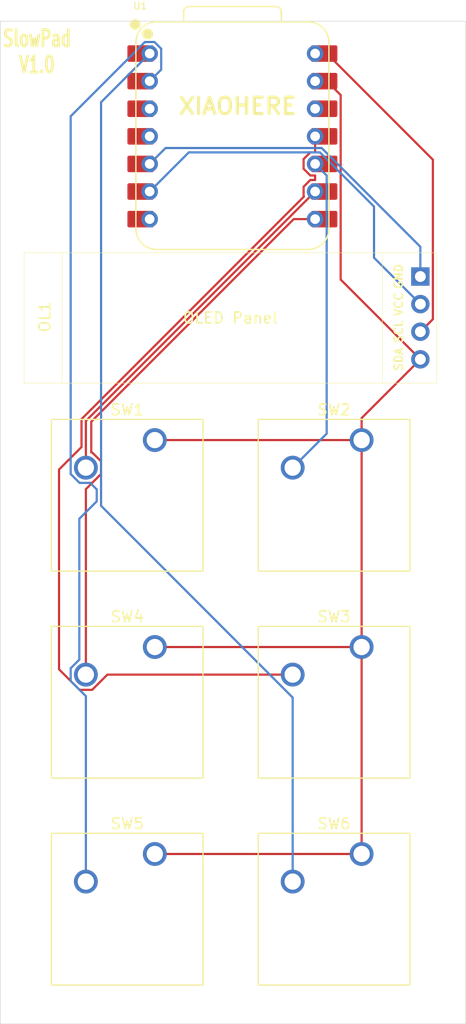
<source format=kicad_pcb>
(kicad_pcb (version 20241229) (generator "pcbnew") (generator_version "9.0")
  (layers (0 "F.Cu" signal) (2 "B.Cu" signal) (13 "F.Paste" user) (15 "B.Paste" user) (5 "F.SilkS" user "F.Silkscreen") (7 "B.SilkS" user "B.Silkscreen") (1 "F.Mask" user) (3 "B.Mask" user) (25 "Edge.Cuts" user))
  (net 0 "")
  (net 1 "GND")
  (net 2 "Net-(U1-GPIO2{slash}SCK)")
  (net 3 "Net-(U1-GPIO4{slash}MISO)")
  (net 4 "Net-(U1-GPIO3{slash}MOSI)")
  (net 5 "Net-(U1-GPIO1{slash}RX)")
  (net 6 "Net-(OL1-SDA)")
  (net 7 "Net-(OL1-SCL)")
  (net 8 "+5V")
  (net 13 "Net-(U1-GPIO27{slash}ADC1{slash}A1)")
  (net 14 "Net-(U1-GPIO26{slash}ADC0{slash}A0)")
  (footprint "Button_Switch_Keyboard:SW_Cherry_MX_1.00u_PCB" (layer "F.Cu") (at 140.6525 104.4575)
    (property "Reference" "SW1" (at -2.54 -2.794 0) (layer "F.SilkS"))
    (property "Value" "SW_Push")
    (fp_line (start -9.525 -1.905) (end 4.445 -1.905) (stroke (width 0.12)) (layer "F.SilkS"))
    (fp_line (start -9.525 12.065) (end -9.525 -1.905) (stroke (width 0.12)) (layer "F.SilkS"))
    (fp_line (start 4.445 -1.905) (end 4.445 12.065) (stroke (width 0.12)) (layer "F.SilkS"))
    (fp_line (start 4.445 12.065) (end -9.525 12.065) (stroke (width 0.12)) (layer "F.SilkS"))
    (pad "" np_thru_hole circle (at -7.62 5.08) (size 1.7 1.7) (drill 1.7) (layers "*.Cu" "*.Mask"))
    (pad "" np_thru_hole circle (at -2.54 5.08) (size 4 4) (drill 4) (layers "*.Cu" "*.Mask"))
    (pad "" np_thru_hole circle (at 2.54 5.08) (size 1.7 1.7) (drill 1.7) (layers "*.Cu" "*.Mask"))
    (pad "1" thru_hole circle (at 0 0) (size 2.2 2.2) (drill 1.5) (layers "*.Cu" "*.Mask") (net 1 "GND"))
    (pad "2" thru_hole circle (at -6.35 2.54) (size 2.2 2.2) (drill 1.5) (layers "*.Cu" "*.Mask") (net 2 "Net-(U1-GPIO2{slash}SCK)"))
  )
  (footprint "Button_Switch_Keyboard:SW_Cherry_MX_1.00u_PCB" (layer "F.Cu") (at 140.6525 142.5575)
    (property "Reference" "SW5" (at -2.54 -2.794 0) (layer "F.SilkS"))
    (property "Value" "SW_Push")
    (fp_line (start -9.525 -1.905) (end 4.445 -1.905) (stroke (width 0.12)) (layer "F.SilkS"))
    (fp_line (start -9.525 12.065) (end -9.525 -1.905) (stroke (width 0.12)) (layer "F.SilkS"))
    (fp_line (start 4.445 -1.905) (end 4.445 12.065) (stroke (width 0.12)) (layer "F.SilkS"))
    (fp_line (start 4.445 12.065) (end -9.525 12.065) (stroke (width 0.12)) (layer "F.SilkS"))
    (pad "" np_thru_hole circle (at -7.62 5.08) (size 1.7 1.7) (drill 1.7) (layers "*.Cu" "*.Mask"))
    (pad "" np_thru_hole circle (at -2.54 5.08) (size 4 4) (drill 4) (layers "*.Cu" "*.Mask"))
    (pad "" np_thru_hole circle (at 2.54 5.08) (size 1.7 1.7) (drill 1.7) (layers "*.Cu" "*.Mask"))
    (pad "1" thru_hole circle (at 0 0) (size 2.2 2.2) (drill 1.5) (layers "*.Cu" "*.Mask") (net 1 "GND"))
    (pad "2" thru_hole circle (at -6.35 2.54) (size 2.2 2.2) (drill 1.5) (layers "*.Cu" "*.Mask") (net 13 "Net-(U1-GPIO27{slash}ADC1{slash}A1)"))
  )
  (footprint "OLEDDsp:SSD1306-0.91-OLED-4pin-128x32" (layer "F.Cu") (at 128.615 87.215)
    (property "Reference" "OL1" (at 1.9 5.91 90) (layer "F.SilkS"))
    (property "Value" "OLED")
    (fp_line (start 0 0) (end 0 12) (stroke (width 0.04)) (layer "F.SilkS"))
    (fp_line (start 0 12) (end 38 12) (stroke (width 0.04)) (layer "F.SilkS"))
    (fp_line (start 3.5 0) (end 3.5 12) (stroke (width 0.04)) (layer "F.SilkS"))
    (fp_line (start 33 0) (end 33 12) (stroke (width 0.04)) (layer "F.SilkS"))
    (fp_line (start 38 0) (end 0 0) (stroke (width 0.04)) (layer "F.SilkS"))
    (fp_line (start 38 12) (end 38 0) (stroke (width 0.04)) (layer "F.SilkS"))
    (fp_text user "SCL" (at 34.5 7.27 270) (layer "F.SilkS") (effects (font (size 0.75 0.75))))
    (fp_text user "GND" (at 34.5 2.19 270) (layer "F.SilkS") (effects (font (size 0.75 0.75))))
    (fp_text user "OLED Panel" (at 19 6 0) (layer "F.SilkS"))
    (fp_text user "SDA" (at 34.5 9.81 270) (layer "F.SilkS") (effects (font (size 0.75 0.75))))
    (fp_text user "VCC" (at 34.5 4.73 270) (layer "F.SilkS") (effects (font (size 0.75 0.75))))
    (pad "1" thru_hole rect (at 36.5 2.19) (size 1.7 1.7) (drill 1) (layers "*.Cu" "*.Mask") (net 6 "Net-(OL1-SDA)"))
    (pad "2" thru_hole oval (at 36.5 4.73) (size 1.7 1.7) (drill 1) (layers "*.Cu" "*.Mask") (net 7 "Net-(OL1-SCL)"))
    (pad "3" thru_hole oval (at 36.5 7.27) (size 1.7 1.7) (drill 1) (layers "*.Cu" "*.Mask") (net 8 "+5V"))
    (pad "4" thru_hole oval (at 36.5 9.81) (size 1.7 1.7) (drill 1) (layers "*.Cu" "*.Mask") (net 1 "GND"))
  )
  (footprint "Button_Switch_Keyboard:SW_Cherry_MX_1.00u_PCB" (layer "F.Cu") (at 159.7025 104.4575)
    (property "Reference" "SW2" (at -2.54 -2.794 0) (layer "F.SilkS"))
    (property "Value" "SW_Push")
    (fp_line (start -9.525 -1.905) (end 4.445 -1.905) (stroke (width 0.12)) (layer "F.SilkS"))
    (fp_line (start -9.525 12.065) (end -9.525 -1.905) (stroke (width 0.12)) (layer "F.SilkS"))
    (fp_line (start 4.445 -1.905) (end 4.445 12.065) (stroke (width 0.12)) (layer "F.SilkS"))
    (fp_line (start 4.445 12.065) (end -9.525 12.065) (stroke (width 0.12)) (layer "F.SilkS"))
    (pad "" np_thru_hole circle (at -7.62 5.08) (size 1.7 1.7) (drill 1.7) (layers "*.Cu" "*.Mask"))
    (pad "" np_thru_hole circle (at -2.54 5.08) (size 4 4) (drill 4) (layers "*.Cu" "*.Mask"))
    (pad "" np_thru_hole circle (at 2.54 5.08) (size 1.7 1.7) (drill 1.7) (layers "*.Cu" "*.Mask"))
    (pad "1" thru_hole circle (at 0 0) (size 2.2 2.2) (drill 1.5) (layers "*.Cu" "*.Mask") (net 1 "GND"))
    (pad "2" thru_hole circle (at -6.35 2.54) (size 2.2 2.2) (drill 1.5) (layers "*.Cu" "*.Mask") (net 3 "Net-(U1-GPIO4{slash}MISO)"))
  )
  (footprint "Button_Switch_Keyboard:SW_Cherry_MX_1.00u_PCB" (layer "F.Cu") (at 159.7025 142.5575)
    (property "Reference" "SW6" (at -2.54 -2.794 0) (layer "F.SilkS"))
    (property "Value" "SW_Push")
    (fp_line (start -9.525 -1.905) (end 4.445 -1.905) (stroke (width 0.12)) (layer "F.SilkS"))
    (fp_line (start -9.525 12.065) (end -9.525 -1.905) (stroke (width 0.12)) (layer "F.SilkS"))
    (fp_line (start 4.445 -1.905) (end 4.445 12.065) (stroke (width 0.12)) (layer "F.SilkS"))
    (fp_line (start 4.445 12.065) (end -9.525 12.065) (stroke (width 0.12)) (layer "F.SilkS"))
    (pad "" np_thru_hole circle (at -7.62 5.08) (size 1.7 1.7) (drill 1.7) (layers "*.Cu" "*.Mask"))
    (pad "" np_thru_hole circle (at -2.54 5.08) (size 4 4) (drill 4) (layers "*.Cu" "*.Mask"))
    (pad "" np_thru_hole circle (at 2.54 5.08) (size 1.7 1.7) (drill 1.7) (layers "*.Cu" "*.Mask"))
    (pad "1" thru_hole circle (at 0 0) (size 2.2 2.2) (drill 1.5) (layers "*.Cu" "*.Mask") (net 1 "GND"))
    (pad "2" thru_hole circle (at -6.35 2.54) (size 2.2 2.2) (drill 1.5) (layers "*.Cu" "*.Mask") (net 14 "Net-(U1-GPIO26{slash}ADC0{slash}A0)"))
  )
  (footprint "OPL:XIAO-RP2040-DIP" (layer "F.Cu") (at 147.8 76.5)
    (property "Reference" "U1" (at -8.5 -12 0) (layer "F.SilkS") (effects (font (size 0.635 0.635) (thickness 0.1016))))
    (property "Value" "XIAO-RP2040-DIP")
    (fp_line (start -8.89 8.509) (end -8.89 -8.636) (stroke (width 0.127)) (layer "F.SilkS"))
    (fp_line (start -6.985 10.414) (end 6.985 10.414) (stroke (width 0.127)) (layer "F.SilkS"))
    (fp_line (start -4.495 -10.541) (end -4.491272 -11.451272) (stroke (width 0.127)) (layer "F.SilkS"))
    (fp_line (start -3.991272 -11.951) (end 4.004 -11.951) (stroke (width 0.127)) (layer "F.SilkS"))
    (fp_line (start 4.504 -11.451) (end 4.504 -10.541) (stroke (width 0.127)) (layer "F.SilkS"))
    (fp_line (start 6.985 -10.541) (end -6.985 -10.541) (stroke (width 0.1)) (layer "F.SilkS"))
    (fp_line (start 6.985 -10.541) (end -6.985 -10.541) (stroke (width 0.127)) (layer "F.SilkS"))
    (fp_line (start 8.89 8.509) (end 8.89 -8.636) (stroke (width 0.127)) (layer "F.SilkS"))
    (fp_arc (start -8.89 -8.636) (mid -8.332038 -9.983038) (end -6.985 -10.541) (stroke (width 0.127)) (layer "F.SilkS"))
    (fp_arc (start -6.985 10.414) (mid -8.332038 9.856038) (end -8.89 8.509) (stroke (width 0.127)) (layer "F.SilkS"))
    (fp_arc (start -4.491272 -11.451272) (mid -4.344728 -11.80464) (end -3.991272 -11.951) (stroke (width 0.127)) (layer "F.SilkS"))
    (fp_arc (start 4.004 -11.951) (mid 4.357553 -11.804553) (end 4.504 -11.451) (stroke (width 0.127)) (layer "F.SilkS"))
    (fp_arc (start 6.985 -10.541) (mid 8.332038 -9.983038) (end 8.89 -8.636) (stroke (width 0.127)) (layer "F.SilkS"))
    (fp_arc (start 8.89 8.509) (mid 8.332038 9.856038) (end 6.985 10.414) (stroke (width 0.127)) (layer "F.SilkS"))
    (fp_circle (center -8.95 -10.3) (end -8.95 -10.554) (stroke (width 0.5)) (fill yes) (layer "F.SilkS"))
    (fp_circle (center -7.807 -9.42) (end -7.807 -9.674) (stroke (width 0.5)) (fill yes) (layer "F.SilkS"))
    (pad "1" smd roundrect (at -8.455 -7.62 180) (size 2.432 1.524) (layers "F.Cu" "F.Mask") (roundrect_rratio 0.1) (net 14 "Net-(U1-GPIO26{slash}ADC0{slash}A0)"))
    (pad "1" thru_hole circle (at -7.62 -7.62 180) (size 1.524 1.524) (drill 0.889) (layers "*.Cu" "*.Mask") (net 14 "Net-(U1-GPIO26{slash}ADC0{slash}A0)"))
    (pad "2" smd roundrect (at -8.455 -5.08 180) (size 2.432 1.524) (layers "F.Cu" "F.Mask") (roundrect_rratio 0.1) (net 13 "Net-(U1-GPIO27{slash}ADC1{slash}A1)"))
    (pad "2" thru_hole circle (at -7.62 -5.08 180) (size 1.524 1.524) (drill 0.889) (layers "*.Cu" "*.Mask") (net 13 "Net-(U1-GPIO27{slash}ADC1{slash}A1)"))
    (pad "3" smd roundrect (at -8.455 -2.54 180) (size 2.432 1.524) (layers "F.Cu" "F.Mask") (roundrect_rratio 0.1))
    (pad "3" thru_hole circle (at -7.62 -2.54 180) (size 1.524 1.524) (drill 0.889) (layers "*.Cu" "*.Mask"))
    (pad "4" smd roundrect (at -8.455 0 180) (size 2.432 1.524) (layers "F.Cu" "F.Mask") (roundrect_rratio 0.1))
    (pad "4" thru_hole circle (at -7.62 0 180) (size 1.524 1.524) (drill 0.889) (layers "*.Cu" "*.Mask"))
    (pad "5" smd roundrect (at -8.455 2.54 180) (size 2.432 1.524) (layers "F.Cu" "F.Mask") (roundrect_rratio 0.1) (net 6 "Net-(OL1-SDA)"))
    (pad "5" thru_hole circle (at -7.62 2.54 180) (size 1.524 1.524) (drill 0.889) (layers "*.Cu" "*.Mask") (net 6 "Net-(OL1-SDA)"))
    (pad "6" smd roundrect (at -8.455 5.08 180) (size 2.432 1.524) (layers "F.Cu" "F.Mask") (roundrect_rratio 0.1) (net 7 "Net-(OL1-SCL)"))
    (pad "6" thru_hole circle (at -7.62 5.08 180) (size 1.524 1.524) (drill 0.889) (layers "*.Cu" "*.Mask") (net 7 "Net-(OL1-SCL)"))
    (pad "7" smd roundrect (at -8.455 7.62 180) (size 2.432 1.524) (layers "F.Cu" "F.Mask") (roundrect_rratio 0.1))
    (pad "7" thru_hole circle (at -7.62 7.62 180) (size 1.524 1.524) (drill 0.889) (layers "*.Cu" "*.Mask"))
    (pad "8" thru_hole circle (at 7.62 7.62) (size 1.524 1.524) (drill 0.889) (layers "*.Cu" "*.Mask") (net 5 "Net-(U1-GPIO1{slash}RX)"))
    (pad "8" smd roundrect (at 8.455 7.62) (size 2.432 1.524) (layers "F.Cu" "F.Mask") (roundrect_rratio 0.1) (net 5 "Net-(U1-GPIO1{slash}RX)"))
    (pad "9" thru_hole circle (at 7.62 5.08) (size 1.524 1.524) (drill 0.889) (layers "*.Cu" "*.Mask") (net 2 "Net-(U1-GPIO2{slash}SCK)"))
    (pad "9" smd roundrect (at 8.455 5.08) (size 2.432 1.524) (layers "F.Cu" "F.Mask") (roundrect_rratio 0.1) (net 2 "Net-(U1-GPIO2{slash}SCK)"))
    (pad "10" thru_hole circle (at 7.62 2.54) (size 1.524 1.524) (drill 0.889) (layers "*.Cu" "*.Mask") (net 3 "Net-(U1-GPIO4{slash}MISO)"))
    (pad "10" smd roundrect (at 8.455 2.54) (size 2.432 1.524) (layers "F.Cu" "F.Mask") (roundrect_rratio 0.1) (net 3 "Net-(U1-GPIO4{slash}MISO)"))
    (pad "11" thru_hole circle (at 7.62 0) (size 1.524 1.524) (drill 0.889) (layers "*.Cu" "*.Mask") (net 4 "Net-(U1-GPIO3{slash}MOSI)"))
    (pad "11" smd roundrect (at 8.455 0) (size 2.432 1.524) (layers "F.Cu" "F.Mask") (roundrect_rratio 0.1) (net 4 "Net-(U1-GPIO3{slash}MOSI)"))
    (pad "12" thru_hole circle (at 7.62 -2.54) (size 1.524 1.524) (drill 0.889) (layers "*.Cu" "*.Mask"))
    (pad "12" smd roundrect (at 8.455 -2.54) (size 2.432 1.524) (layers "F.Cu" "F.Mask") (roundrect_rratio 0.1))
    (pad "13" thru_hole circle (at 7.62 -5.08) (size 1.524 1.524) (drill 0.889) (layers "*.Cu" "*.Mask") (net 1 "GND"))
    (pad "13" smd roundrect (at 8.455 -5.08) (size 2.432 1.524) (layers "F.Cu" "F.Mask") (roundrect_rratio 0.1) (net 1 "GND"))
    (pad "14" thru_hole circle (at 7.62 -7.62) (size 1.524 1.524) (drill 0.889) (layers "*.Cu" "*.Mask") (net 8 "+5V"))
    (pad "14" smd roundrect (at 8.455 -7.62) (size 2.432 1.524) (layers "F.Cu" "F.Mask") (roundrect_rratio 0.1) (net 8 "+5V"))
  )
  (footprint "Button_Switch_Keyboard:SW_Cherry_MX_1.00u_PCB" (layer "F.Cu") (at 140.6525 123.5075)
    (property "Reference" "SW4" (at -2.54 -2.794 0) (layer "F.SilkS"))
    (property "Value" "SW_Push")
    (fp_line (start -9.525 -1.905) (end 4.445 -1.905) (stroke (width 0.12)) (layer "F.SilkS"))
    (fp_line (start -9.525 12.065) (end -9.525 -1.905) (stroke (width 0.12)) (layer "F.SilkS"))
    (fp_line (start 4.445 -1.905) (end 4.445 12.065) (stroke (width 0.12)) (layer "F.SilkS"))
    (fp_line (start 4.445 12.065) (end -9.525 12.065) (stroke (width 0.12)) (layer "F.SilkS"))
    (pad "" np_thru_hole circle (at -7.62 5.08) (size 1.7 1.7) (drill 1.7) (layers "*.Cu" "*.Mask"))
    (pad "" np_thru_hole circle (at -2.54 5.08) (size 4 4) (drill 4) (layers "*.Cu" "*.Mask"))
    (pad "" np_thru_hole circle (at 2.54 5.08) (size 1.7 1.7) (drill 1.7) (layers "*.Cu" "*.Mask"))
    (pad "1" thru_hole circle (at 0 0) (size 2.2 2.2) (drill 1.5) (layers "*.Cu" "*.Mask") (net 1 "GND"))
    (pad "2" thru_hole circle (at -6.35 2.54) (size 2.2 2.2) (drill 1.5) (layers "*.Cu" "*.Mask") (net 5 "Net-(U1-GPIO1{slash}RX)"))
  )
  (footprint "Button_Switch_Keyboard:SW_Cherry_MX_1.00u_PCB" (layer "F.Cu") (at 159.7025 123.5075)
    (property "Reference" "SW3" (at -2.54 -2.794 0) (layer "F.SilkS"))
    (property "Value" "SW_Push")
    (fp_line (start -9.525 -1.905) (end 4.445 -1.905) (stroke (width 0.12)) (layer "F.SilkS"))
    (fp_line (start -9.525 12.065) (end -9.525 -1.905) (stroke (width 0.12)) (layer "F.SilkS"))
    (fp_line (start 4.445 -1.905) (end 4.445 12.065) (stroke (width 0.12)) (layer "F.SilkS"))
    (fp_line (start 4.445 12.065) (end -9.525 12.065) (stroke (width 0.12)) (layer "F.SilkS"))
    (pad "" np_thru_hole circle (at -7.62 5.08) (size 1.7 1.7) (drill 1.7) (layers "*.Cu" "*.Mask"))
    (pad "" np_thru_hole circle (at -2.54 5.08) (size 4 4) (drill 4) (layers "*.Cu" "*.Mask"))
    (pad "" np_thru_hole circle (at 2.54 5.08) (size 1.7 1.7) (drill 1.7) (layers "*.Cu" "*.Mask"))
    (pad "1" thru_hole circle (at 0 0) (size 2.2 2.2) (drill 1.5) (layers "*.Cu" "*.Mask") (net 1 "GND"))
    (pad "2" thru_hole circle (at -6.35 2.54) (size 2.2 2.2) (drill 1.5) (layers "*.Cu" "*.Mask") (net 4 "Net-(U1-GPIO3{slash}MOSI)"))
  )
  (gr_rect (start 126.417463 65.9) (end 169.3 158.2) (stroke (width 0.05)) (fill no) (layer "Edge.Cuts"))
  (gr_text "SlowPad\nV1.0" (at 129.8 68.7 0) (layer "F.SilkS") (effects (font (size 1.5 1) (thickness 0.25) (bold yes))))
  (gr_text "XIAOHERE" (at 142.7 74.6 0) (layer "F.SilkS") (effects (font (size 1.5 1.5) (thickness 0.3) (bold yes)) (justify left bottom)))
  (segment (start 140.6525 104.4575) (end 159.7025 104.4575) (width 0.2) (layer "F.Cu") (net 1))
  (segment (start 140.6525 142.5575) (end 159.7025 142.5575) (width 0.2) (layer "F.Cu") (net 1))
  (segment (start 159.7025 123.5075) (end 159.7025 104.4575) (width 0.2) (layer "F.Cu") (net 1))
  (segment (start 156.49763 71.42) (end 155.42 71.42) (width 0.2) (layer "F.Cu") (net 1))
  (segment (start 165.115 97.025) (end 157.772 89.682) (width 0.2) (layer "F.Cu") (net 1))
  (segment (start 157.772 89.682) (end 157.772 72.69437) (width 0.2) (layer "F.Cu") (net 1))
  (segment (start 159.7025 104.4575) (end 159.7025 102.4375) (width 0.2) (layer "F.Cu") (net 1))
  (segment (start 159.7025 142.5575) (end 159.7025 123.5075) (width 0.2) (layer "F.Cu") (net 1))
  (segment (start 159.7025 102.4375) (end 165.115 97.025) (width 0.2) (layer "F.Cu") (net 1))
  (segment (start 157.772 72.69437) (end 156.49763 71.42) (width 0.2) (layer "F.Cu") (net 1))
  (segment (start 140.6525 123.5075) (end 159.7025 123.5075) (width 0.2) (layer "F.Cu") (net 1))
  (segment (start 134.3025 102.6975) (end 155.42 81.58) (width 0.2) (layer "F.Cu") (net 2))
  (segment (start 134.3025 106.9975) (end 134.3025 102.6975) (width 0.2) (layer "F.Cu") (net 2))
  (segment (start 156.483 80.103) (end 155.42 79.04) (width 0.2) (layer "B.Cu") (net 3))
  (segment (start 153.3525 106.9975) (end 156.483 103.867) (width 0.2) (layer "B.Cu") (net 3))
  (segment (start 156.483 103.867) (end 156.483 80.103) (width 0.2) (layer "B.Cu") (net 3))
  (segment (start 155.42 80.103) (end 154.97969 80.103) (width 0.2) (layer "F.Cu") (net 4))
  (segment (start 154.384795 82.048105) (end 154.357 82.02031) (width 0.2) (layer "F.Cu") (net 4))
  (segment (start 134.882814 127.4485) (end 133.722186 127.4485) (width 0.2) (layer "F.Cu") (net 4))
  (segment (start 155.42 80.517) (end 155.42 80.103) (width 0.2) (layer "F.Cu") (net 4))
  (segment (start 154.97969 80.517) (end 155.42 80.517) (width 0.2) (layer "F.Cu") (net 4))
  (segment (start 136.283814 126.0475) (end 134.882814 127.4485) (width 0.2) (layer "F.Cu") (net 4))
  (segment (start 154.357 81.13969) (end 154.97969 80.517) (width 0.2) (layer "F.Cu") (net 4))
  (segment (start 133.9015 102.5314) (end 154.384795 82.048105) (width 0.2) (layer "F.Cu") (net 4))
  (segment (start 154.357 79.48031) (end 154.357 78.59969) (width 0.2) (layer "F.Cu") (net 4))
  (segment (start 133.722186 127.4485) (end 131.8315 125.557814) (width 0.2) (layer "F.Cu") (net 4))
  (segment (start 154.97969 77.977) (end 155.42 77.977) (width 0.2) (layer "F.Cu") (net 4))
  (segment (start 131.8315 107.1685) (end 133.9015 105.0985) (width 0.2) (layer "F.Cu") (net 4))
  (segment (start 155.42 77.977) (end 155.42 76.5) (width 0.2) (layer "F.Cu") (net 4))
  (segment (start 153.3525 126.0475) (end 136.283814 126.0475) (width 0.2) (layer "F.Cu") (net 4))
  (segment (start 154.357 82.02031) (end 154.357 81.13969) (width 0.2) (layer "F.Cu") (net 4))
  (segment (start 154.97969 80.103) (end 154.357 79.48031) (width 0.2) (layer "F.Cu") (net 4))
  (segment (start 154.357 78.59969) (end 154.97969 77.977) (width 0.2) (layer "F.Cu") (net 4))
  (segment (start 131.8315 125.557814) (end 131.8315 107.1685) (width 0.2) (layer "F.Cu") (net 4))
  (segment (start 133.9015 105.0985) (end 133.9015 102.5314) (width 0.2) (layer "F.Cu") (net 4))
  (segment (start 134.3025 126.0475) (end 134.3025 108.978814) (width 0.2) (layer "F.Cu") (net 5))
  (segment (start 134.882814 108.3985) (end 135.7035 107.577814) (width 0.2) (layer "F.Cu") (net 5))
  (segment (start 134.8 102.7671) (end 153.4471 84.12) (width 0.2) (layer "F.Cu") (net 5))
  (segment (start 134.3025 108.978814) (end 134.8 108.481314) (width 0.2) (layer "F.Cu") (net 5))
  (segment (start 135.7035 106.417186) (end 134.882814 105.5965) (width 0.2) (layer "F.Cu") (net 5))
  (segment (start 134.8 105.5965) (end 134.8 102.7671) (width 0.2) (layer "F.Cu") (net 5))
  (segment (start 134.8 108.481314) (end 134.8 108.3985) (width 0.2) (layer "F.Cu") (net 5))
  (segment (start 134.8 108.3985) (end 134.882814 108.3985) (width 0.2) (layer "F.Cu") (net 5))
  (segment (start 134.882814 105.5965) (end 134.8 105.5965) (width 0.2) (layer "F.Cu") (net 5))
  (segment (start 153.4471 84.12) (end 155.42 84.12) (width 0.2) (layer "F.Cu") (net 5))
  (segment (start 135.7035 107.577814) (end 135.7035 106.417186) (width 0.2) (layer "F.Cu") (net 5))
  (segment (start 165.115 89.405) (end 165.115 86.66459) (width 0.2) (layer "B.Cu") (net 6))
  (segment (start 156.02641 77.576) (end 141.644 77.576) (width 0.2) (layer "B.Cu") (net 6))
  (segment (start 141.644 77.576) (end 140.18 79.04) (width 0.2) (layer "B.Cu") (net 6))
  (segment (start 165.115 86.66459) (end 156.02641 77.576) (width 0.2) (layer "B.Cu") (net 6))
  (segment (start 155.86031 77.977) (end 143.783 77.977) (width 0.2) (layer "B.Cu") (net 7))
  (segment (start 160.845 82.96169) (end 155.86031 77.977) (width 0.2) (layer "B.Cu") (net 7))
  (segment (start 160.845 87.675) (end 160.845 82.96169) (width 0.2) (layer "B.Cu") (net 7))
  (segment (start 143.783 77.977) (end 140.18 81.58) (width 0.2) (layer "B.Cu") (net 7))
  (segment (start 165.115 91.945) (end 160.845 87.675) (width 0.2) (layer "B.Cu") (net 7))
  (segment (start 166.266 93.334) (end 166.266 78.64837) (width 0.2) (layer "F.Cu") (net 8))
  (segment (start 166.266 78.64837) (end 156.49763 68.88) (width 0.2) (layer "F.Cu") (net 8))
  (segment (start 156.49763 68.88) (end 155.42 68.88) (width 0.2) (layer "F.Cu") (net 8))
  (segment (start 165.115 94.485) (end 166.266 93.334) (width 0.2) (layer "F.Cu") (net 8))
  (segment (start 140.62031 67.817) (end 141.243 68.43969) (width 0.2) (layer "B.Cu") (net 13))
  (segment (start 141.243 68.43969) (end 141.243 70.357) (width 0.2) (layer "B.Cu") (net 13))
  (segment (start 134.3025 128.028814) (end 132.9015 126.627814) (width 0.2) (layer "B.Cu") (net 13))
  (segment (start 133.722186 108.3985) (end 132.9015 107.577814) (width 0.2) (layer "B.Cu") (net 13))
  (segment (start 134.6985 108.3985) (end 133.722186 108.3985) (width 0.2) (layer "B.Cu") (net 13))
  (segment (start 132.9015 126.627814) (end 132.9015 125.467186) (width 0.2) (layer "B.Cu") (net 13))
  (segment (start 139.73969 67.817) (end 140.62031 67.817) (width 0.2) (layer "B.Cu") (net 13))
  (segment (start 132.9015 74.65519) (end 139.73969 67.817) (width 0.2) (layer "B.Cu") (net 13))
  (segment (start 134.3025 145.0975) (end 134.3025 128.028814) (width 0.2) (layer "B.Cu") (net 13))
  (segment (start 135.3025 110.0975) (end 135.3025 109.0025) (width 0.2) (layer "B.Cu") (net 13))
  (segment (start 135.3025 109.0025) (end 134.6985 108.3985) (width 0.2) (layer "B.Cu") (net 13))
  (segment (start 132.9015 125.467186) (end 133.7 124.668686) (width 0.2) (layer "B.Cu") (net 13))
  (segment (start 132.9015 107.577814) (end 132.9015 74.65519) (width 0.2) (layer "B.Cu") (net 13))
  (segment (start 133.7 111.7) (end 135.3025 110.0975) (width 0.2) (layer "B.Cu") (net 13))
  (segment (start 141.243 70.357) (end 140.18 71.42) (width 0.2) (layer "B.Cu") (net 13))
  (segment (start 133.7 124.668686) (end 133.7 111.7) (width 0.2) (layer "B.Cu") (net 13))
  (segment (start 153.3525 128.15903) (end 135.7035 110.51003) (width 0.2) (layer "B.Cu") (net 14))
  (segment (start 153.3525 145.0975) (end 153.3525 128.15903) (width 0.2) (layer "B.Cu") (net 14))
  (segment (start 135.7035 73.3565) (end 140.18 68.88) (width 0.2) (layer "B.Cu") (net 14))
  (segment (start 135.7035 110.51003) (end 135.7035 73.3565) (width 0.2) (layer "B.Cu") (net 14))
)
</source>
